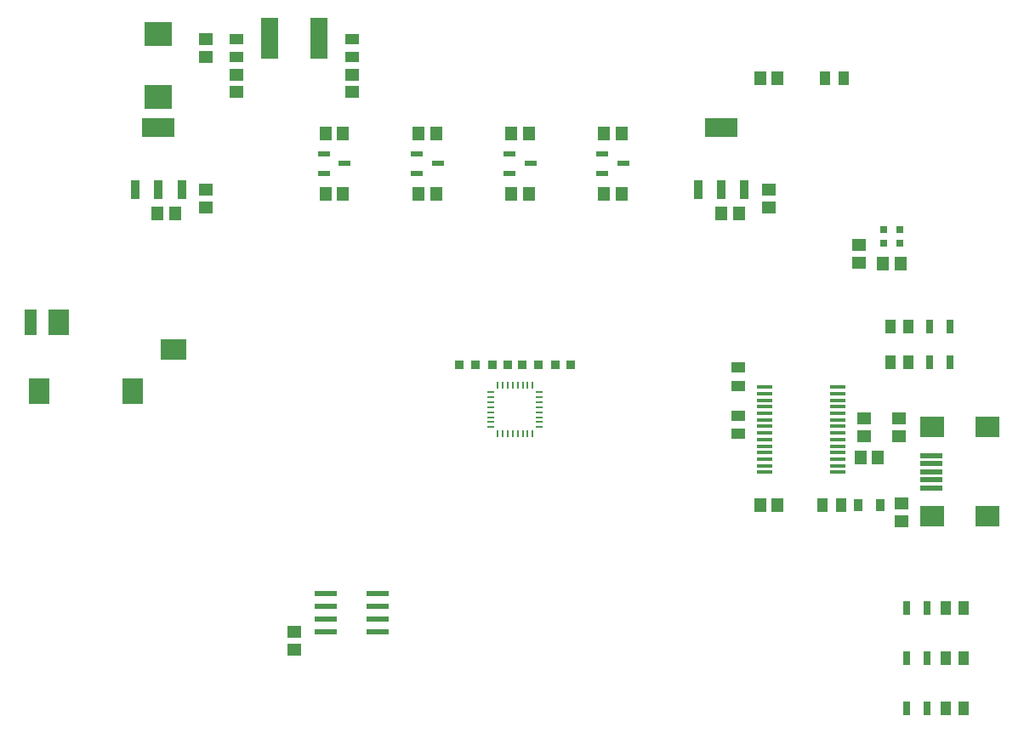
<source format=gbr>
G04 EAGLE Gerber RS-274X export*
G75*
%MOMM*%
%FSLAX34Y34*%
%LPD*%
%INSolderpaste Top*%
%IPPOS*%
%AMOC8*
5,1,8,0,0,1.08239X$1,22.5*%
G01*
G04 Define Apertures*
%ADD10R,1.164600X1.465300*%
%ADD11R,1.465300X1.164600*%
%ADD12R,0.920900X0.970200*%
%ADD13R,2.800000X2.400000*%
%ADD14R,0.761800X1.361800*%
%ADD15R,1.652500X4.115300*%
%ADD16R,0.875700X1.210300*%
%ADD17R,1.420200X1.031200*%
%ADD18R,1.031200X1.420200*%
%ADD19R,1.300000X0.600000*%
%ADD20R,0.897900X1.860300*%
%ADD21R,3.189100X1.860300*%
%ADD22R,2.200000X0.600000*%
%ADD23R,1.500000X0.400000*%
%ADD24R,2.000000X2.500000*%
%ADD25R,2.500000X2.000000*%
%ADD26R,1.200000X2.500000*%
%ADD27R,2.311400X0.508000*%
%ADD28R,2.489200X2.006600*%
%ADD29R,0.787400X0.685800*%
%ADD30R,0.250000X0.700000*%
%ADD31R,0.700000X0.250000*%
D10*
X311246Y755000D03*
X328754Y755000D03*
X496246Y695000D03*
X513754Y695000D03*
X588746Y695000D03*
X606254Y695000D03*
D11*
X337500Y813754D03*
X337500Y796246D03*
X192500Y698754D03*
X192500Y681246D03*
X752500Y698754D03*
X752500Y681246D03*
D10*
X143746Y675000D03*
X161254Y675000D03*
X705571Y675125D03*
X723079Y675125D03*
X403746Y755000D03*
X421254Y755000D03*
X761254Y810000D03*
X743746Y810000D03*
X883754Y625000D03*
X866246Y625000D03*
D11*
X842500Y643754D03*
X842500Y626246D03*
D10*
X496246Y755000D03*
X513754Y755000D03*
D11*
X280000Y258754D03*
X280000Y241246D03*
X885000Y386254D03*
X885000Y368746D03*
D10*
X761254Y385000D03*
X743746Y385000D03*
D12*
X460246Y525000D03*
X444754Y525000D03*
D10*
X843746Y432500D03*
X861254Y432500D03*
D12*
X492746Y525000D03*
X477254Y525000D03*
X507254Y525000D03*
X522746Y525000D03*
D11*
X847500Y453746D03*
X847500Y471254D03*
D12*
X539754Y525000D03*
X555246Y525000D03*
D10*
X588746Y755000D03*
X606254Y755000D03*
D11*
X882500Y453746D03*
X882500Y471254D03*
D13*
X145000Y854000D03*
X145000Y791000D03*
D11*
X192500Y848754D03*
X192500Y831246D03*
X222500Y813754D03*
X222500Y796246D03*
D10*
X311246Y695000D03*
X328754Y695000D03*
X403746Y695000D03*
X421254Y695000D03*
D14*
X912250Y527500D03*
X932750Y527500D03*
X912250Y562500D03*
X932750Y562500D03*
X910250Y282500D03*
X889750Y282500D03*
X910250Y232500D03*
X889750Y232500D03*
X910250Y182500D03*
X889750Y182500D03*
D15*
X255617Y850000D03*
X304383Y850000D03*
D16*
X863173Y385000D03*
X841827Y385000D03*
D17*
X222500Y849195D03*
X222500Y830805D03*
D18*
X946695Y282500D03*
X928305Y282500D03*
X946695Y232500D03*
X928305Y232500D03*
X808305Y810000D03*
X826695Y810000D03*
D17*
X337500Y849195D03*
X337500Y830805D03*
D18*
X946695Y182500D03*
X928305Y182500D03*
X805805Y385000D03*
X824195Y385000D03*
D17*
X722500Y503305D03*
X722500Y521695D03*
X722500Y474195D03*
X722500Y455805D03*
D18*
X873305Y527500D03*
X891695Y527500D03*
X873305Y562500D03*
X891695Y562500D03*
D19*
X309500Y734500D03*
X309500Y715500D03*
X330500Y725000D03*
X402000Y734500D03*
X402000Y715500D03*
X423000Y725000D03*
X494500Y734500D03*
X494500Y715500D03*
X515500Y725000D03*
X587000Y734500D03*
X587000Y715500D03*
X608000Y725000D03*
D20*
X122000Y699250D03*
X145000Y699250D03*
X168000Y699250D03*
D21*
X145000Y760750D03*
D20*
X682000Y699250D03*
X705000Y699250D03*
X728000Y699250D03*
D21*
X705000Y760750D03*
D22*
X363500Y271150D03*
X311500Y271150D03*
X363500Y258450D03*
X363500Y283850D03*
X363500Y296550D03*
X311500Y258450D03*
X311500Y283850D03*
X311500Y296550D03*
D23*
X748750Y502250D03*
X748750Y495750D03*
X748750Y489250D03*
X748750Y482750D03*
X748750Y476250D03*
X748750Y469750D03*
X748750Y463250D03*
X748750Y456750D03*
X748750Y450250D03*
X748750Y443750D03*
X748750Y437250D03*
X748750Y430750D03*
X748750Y424250D03*
X748750Y417750D03*
X821250Y417750D03*
X821250Y424250D03*
X821250Y430750D03*
X821250Y437250D03*
X821250Y443750D03*
X821250Y450250D03*
X821250Y456750D03*
X821250Y463250D03*
X821250Y469750D03*
X821250Y476250D03*
X821250Y482750D03*
X821250Y489250D03*
X821250Y495750D03*
X821250Y502250D03*
D24*
X26500Y497950D03*
X119500Y497950D03*
X45500Y566950D03*
D25*
X160000Y539950D03*
D26*
X17500Y566950D03*
D27*
X914240Y402200D03*
X914240Y410200D03*
X914240Y418200D03*
X914240Y426200D03*
X914240Y434200D03*
D28*
X915192Y373700D03*
X915192Y462700D03*
X970300Y373700D03*
X970300Y462700D03*
D29*
X883128Y659104D03*
X866872Y659104D03*
X866872Y645896D03*
X883128Y645896D03*
D30*
X517500Y504000D03*
X512500Y504000D03*
X507500Y504000D03*
X502500Y504000D03*
X497500Y504000D03*
X492500Y504000D03*
X487500Y504000D03*
X482500Y504000D03*
D31*
X476000Y497500D03*
X476000Y492500D03*
X476000Y487500D03*
X476000Y482500D03*
X476000Y477500D03*
X476000Y472500D03*
X476000Y467500D03*
X476000Y462500D03*
D30*
X482500Y456000D03*
X487500Y456000D03*
X492500Y456000D03*
X497500Y456000D03*
X502500Y456000D03*
X507500Y456000D03*
X512500Y456000D03*
X517500Y456000D03*
D31*
X524000Y462500D03*
X524000Y467500D03*
X524000Y472500D03*
X524000Y477500D03*
X524000Y482500D03*
X524000Y487500D03*
X524000Y492500D03*
X524000Y497500D03*
M02*

</source>
